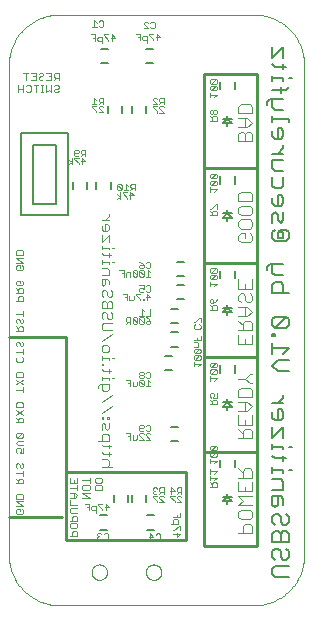
<source format=gbo>
G75*
%MOIN*%
%OFA0B0*%
%FSLAX25Y25*%
%IPPOS*%
%LPD*%
%AMOC8*
5,1,8,0,0,1.08239X$1,22.5*
%
%ADD10C,0.00000*%
%ADD11C,0.00200*%
%ADD12C,0.00800*%
%ADD13C,0.00400*%
%ADD14C,0.01000*%
%ADD15C,0.00600*%
%ADD16C,0.00500*%
D10*
X0018503Y0060455D02*
X0083522Y0060455D01*
X0083926Y0060460D01*
X0084329Y0060475D01*
X0084732Y0060499D01*
X0085134Y0060533D01*
X0085535Y0060577D01*
X0085935Y0060630D01*
X0086334Y0060693D01*
X0086731Y0060766D01*
X0087126Y0060849D01*
X0087519Y0060940D01*
X0087910Y0061042D01*
X0088298Y0061152D01*
X0088684Y0061273D01*
X0089066Y0061402D01*
X0089445Y0061540D01*
X0089821Y0061688D01*
X0090193Y0061845D01*
X0090561Y0062010D01*
X0090925Y0062185D01*
X0091284Y0062368D01*
X0091639Y0062560D01*
X0091990Y0062761D01*
X0092335Y0062969D01*
X0092675Y0063186D01*
X0093010Y0063412D01*
X0093340Y0063645D01*
X0093663Y0063886D01*
X0093981Y0064135D01*
X0094293Y0064392D01*
X0094598Y0064656D01*
X0094897Y0064927D01*
X0095189Y0065205D01*
X0095475Y0065491D01*
X0095753Y0065783D01*
X0096024Y0066082D01*
X0096288Y0066387D01*
X0096545Y0066699D01*
X0096794Y0067017D01*
X0097035Y0067340D01*
X0097268Y0067670D01*
X0097494Y0068005D01*
X0097711Y0068345D01*
X0097919Y0068690D01*
X0098120Y0069041D01*
X0098312Y0069396D01*
X0098495Y0069755D01*
X0098670Y0070119D01*
X0098835Y0070487D01*
X0098992Y0070859D01*
X0099140Y0071235D01*
X0099278Y0071614D01*
X0099407Y0071996D01*
X0099528Y0072382D01*
X0099638Y0072770D01*
X0099740Y0073161D01*
X0099831Y0073554D01*
X0099914Y0073949D01*
X0099987Y0074346D01*
X0100050Y0074745D01*
X0100103Y0075145D01*
X0100147Y0075546D01*
X0100181Y0075948D01*
X0100205Y0076351D01*
X0100220Y0076754D01*
X0100225Y0077158D01*
X0100225Y0240602D01*
X0100220Y0241006D01*
X0100205Y0241409D01*
X0100181Y0241812D01*
X0100147Y0242214D01*
X0100103Y0242615D01*
X0100050Y0243015D01*
X0099987Y0243414D01*
X0099914Y0243811D01*
X0099831Y0244206D01*
X0099740Y0244599D01*
X0099638Y0244990D01*
X0099528Y0245378D01*
X0099407Y0245764D01*
X0099278Y0246146D01*
X0099140Y0246525D01*
X0098992Y0246901D01*
X0098835Y0247273D01*
X0098670Y0247641D01*
X0098495Y0248005D01*
X0098312Y0248364D01*
X0098120Y0248719D01*
X0097919Y0249070D01*
X0097711Y0249415D01*
X0097494Y0249755D01*
X0097268Y0250090D01*
X0097035Y0250420D01*
X0096794Y0250743D01*
X0096545Y0251061D01*
X0096288Y0251373D01*
X0096024Y0251678D01*
X0095753Y0251977D01*
X0095475Y0252269D01*
X0095189Y0252555D01*
X0094897Y0252833D01*
X0094598Y0253104D01*
X0094293Y0253368D01*
X0093981Y0253625D01*
X0093663Y0253874D01*
X0093340Y0254115D01*
X0093010Y0254348D01*
X0092675Y0254574D01*
X0092335Y0254791D01*
X0091990Y0254999D01*
X0091639Y0255200D01*
X0091284Y0255392D01*
X0090925Y0255575D01*
X0090561Y0255750D01*
X0090193Y0255915D01*
X0089821Y0256072D01*
X0089445Y0256220D01*
X0089066Y0256358D01*
X0088684Y0256487D01*
X0088298Y0256608D01*
X0087910Y0256718D01*
X0087519Y0256820D01*
X0087126Y0256911D01*
X0086731Y0256994D01*
X0086334Y0257067D01*
X0085935Y0257130D01*
X0085535Y0257183D01*
X0085134Y0257227D01*
X0084732Y0257261D01*
X0084329Y0257285D01*
X0083926Y0257300D01*
X0083522Y0257305D01*
X0083522Y0257306D02*
X0018503Y0257306D01*
X0018503Y0257305D02*
X0018099Y0257300D01*
X0017696Y0257285D01*
X0017293Y0257261D01*
X0016891Y0257227D01*
X0016490Y0257183D01*
X0016090Y0257130D01*
X0015691Y0257067D01*
X0015294Y0256994D01*
X0014899Y0256911D01*
X0014506Y0256820D01*
X0014115Y0256718D01*
X0013727Y0256608D01*
X0013341Y0256487D01*
X0012959Y0256358D01*
X0012580Y0256220D01*
X0012204Y0256072D01*
X0011832Y0255915D01*
X0011464Y0255750D01*
X0011100Y0255575D01*
X0010741Y0255392D01*
X0010386Y0255200D01*
X0010035Y0254999D01*
X0009690Y0254791D01*
X0009350Y0254574D01*
X0009015Y0254348D01*
X0008685Y0254115D01*
X0008362Y0253874D01*
X0008044Y0253625D01*
X0007732Y0253368D01*
X0007427Y0253104D01*
X0007128Y0252833D01*
X0006836Y0252555D01*
X0006550Y0252269D01*
X0006272Y0251977D01*
X0006001Y0251678D01*
X0005737Y0251373D01*
X0005480Y0251061D01*
X0005231Y0250743D01*
X0004990Y0250420D01*
X0004757Y0250090D01*
X0004531Y0249755D01*
X0004314Y0249415D01*
X0004106Y0249070D01*
X0003905Y0248719D01*
X0003713Y0248364D01*
X0003530Y0248005D01*
X0003355Y0247641D01*
X0003190Y0247273D01*
X0003033Y0246901D01*
X0002885Y0246525D01*
X0002747Y0246146D01*
X0002618Y0245764D01*
X0002497Y0245378D01*
X0002387Y0244990D01*
X0002285Y0244599D01*
X0002194Y0244206D01*
X0002111Y0243811D01*
X0002038Y0243414D01*
X0001975Y0243015D01*
X0001922Y0242615D01*
X0001878Y0242214D01*
X0001844Y0241812D01*
X0001820Y0241409D01*
X0001805Y0241006D01*
X0001800Y0240602D01*
X0001800Y0077158D01*
X0001805Y0076754D01*
X0001820Y0076351D01*
X0001844Y0075948D01*
X0001878Y0075546D01*
X0001922Y0075145D01*
X0001975Y0074745D01*
X0002038Y0074346D01*
X0002111Y0073949D01*
X0002194Y0073554D01*
X0002285Y0073161D01*
X0002387Y0072770D01*
X0002497Y0072382D01*
X0002618Y0071996D01*
X0002747Y0071614D01*
X0002885Y0071235D01*
X0003033Y0070859D01*
X0003190Y0070487D01*
X0003355Y0070119D01*
X0003530Y0069755D01*
X0003713Y0069396D01*
X0003905Y0069041D01*
X0004106Y0068690D01*
X0004314Y0068345D01*
X0004531Y0068005D01*
X0004757Y0067670D01*
X0004990Y0067340D01*
X0005231Y0067017D01*
X0005480Y0066699D01*
X0005737Y0066387D01*
X0006001Y0066082D01*
X0006272Y0065783D01*
X0006550Y0065491D01*
X0006836Y0065205D01*
X0007128Y0064927D01*
X0007427Y0064656D01*
X0007732Y0064392D01*
X0008044Y0064135D01*
X0008362Y0063886D01*
X0008685Y0063645D01*
X0009015Y0063412D01*
X0009350Y0063186D01*
X0009690Y0062969D01*
X0010035Y0062761D01*
X0010386Y0062560D01*
X0010741Y0062368D01*
X0011100Y0062185D01*
X0011464Y0062010D01*
X0011832Y0061845D01*
X0012204Y0061688D01*
X0012580Y0061540D01*
X0012959Y0061402D01*
X0013341Y0061273D01*
X0013727Y0061152D01*
X0014115Y0061042D01*
X0014506Y0060940D01*
X0014899Y0060849D01*
X0015294Y0060766D01*
X0015691Y0060693D01*
X0016090Y0060630D01*
X0016490Y0060577D01*
X0016891Y0060533D01*
X0017293Y0060499D01*
X0017696Y0060475D01*
X0018099Y0060460D01*
X0018503Y0060455D01*
X0029359Y0071479D02*
X0029361Y0071580D01*
X0029367Y0071681D01*
X0029377Y0071782D01*
X0029391Y0071882D01*
X0029409Y0071981D01*
X0029431Y0072080D01*
X0029456Y0072178D01*
X0029486Y0072275D01*
X0029519Y0072370D01*
X0029556Y0072464D01*
X0029597Y0072557D01*
X0029641Y0072648D01*
X0029689Y0072737D01*
X0029741Y0072824D01*
X0029796Y0072909D01*
X0029854Y0072991D01*
X0029915Y0073072D01*
X0029980Y0073150D01*
X0030047Y0073225D01*
X0030117Y0073297D01*
X0030191Y0073367D01*
X0030267Y0073434D01*
X0030345Y0073498D01*
X0030426Y0073558D01*
X0030509Y0073615D01*
X0030595Y0073669D01*
X0030683Y0073720D01*
X0030772Y0073767D01*
X0030863Y0073811D01*
X0030956Y0073850D01*
X0031051Y0073887D01*
X0031146Y0073919D01*
X0031243Y0073948D01*
X0031342Y0073972D01*
X0031440Y0073993D01*
X0031540Y0074010D01*
X0031640Y0074023D01*
X0031741Y0074032D01*
X0031842Y0074037D01*
X0031943Y0074038D01*
X0032044Y0074035D01*
X0032145Y0074028D01*
X0032246Y0074017D01*
X0032346Y0074002D01*
X0032445Y0073983D01*
X0032544Y0073960D01*
X0032641Y0073934D01*
X0032738Y0073903D01*
X0032833Y0073869D01*
X0032926Y0073831D01*
X0033019Y0073789D01*
X0033109Y0073744D01*
X0033198Y0073695D01*
X0033284Y0073643D01*
X0033368Y0073587D01*
X0033451Y0073528D01*
X0033530Y0073466D01*
X0033608Y0073401D01*
X0033682Y0073333D01*
X0033754Y0073261D01*
X0033823Y0073188D01*
X0033889Y0073111D01*
X0033952Y0073032D01*
X0034012Y0072950D01*
X0034068Y0072866D01*
X0034121Y0072780D01*
X0034171Y0072692D01*
X0034217Y0072602D01*
X0034260Y0072511D01*
X0034299Y0072417D01*
X0034334Y0072322D01*
X0034365Y0072226D01*
X0034393Y0072129D01*
X0034417Y0072031D01*
X0034437Y0071932D01*
X0034453Y0071832D01*
X0034465Y0071731D01*
X0034473Y0071631D01*
X0034477Y0071530D01*
X0034477Y0071428D01*
X0034473Y0071327D01*
X0034465Y0071227D01*
X0034453Y0071126D01*
X0034437Y0071026D01*
X0034417Y0070927D01*
X0034393Y0070829D01*
X0034365Y0070732D01*
X0034334Y0070636D01*
X0034299Y0070541D01*
X0034260Y0070447D01*
X0034217Y0070356D01*
X0034171Y0070266D01*
X0034121Y0070178D01*
X0034068Y0070092D01*
X0034012Y0070008D01*
X0033952Y0069926D01*
X0033889Y0069847D01*
X0033823Y0069770D01*
X0033754Y0069697D01*
X0033682Y0069625D01*
X0033608Y0069557D01*
X0033530Y0069492D01*
X0033451Y0069430D01*
X0033368Y0069371D01*
X0033284Y0069315D01*
X0033197Y0069263D01*
X0033109Y0069214D01*
X0033019Y0069169D01*
X0032926Y0069127D01*
X0032833Y0069089D01*
X0032738Y0069055D01*
X0032641Y0069024D01*
X0032544Y0068998D01*
X0032445Y0068975D01*
X0032346Y0068956D01*
X0032246Y0068941D01*
X0032145Y0068930D01*
X0032044Y0068923D01*
X0031943Y0068920D01*
X0031842Y0068921D01*
X0031741Y0068926D01*
X0031640Y0068935D01*
X0031540Y0068948D01*
X0031440Y0068965D01*
X0031342Y0068986D01*
X0031243Y0069010D01*
X0031146Y0069039D01*
X0031051Y0069071D01*
X0030956Y0069108D01*
X0030863Y0069147D01*
X0030772Y0069191D01*
X0030683Y0069238D01*
X0030595Y0069289D01*
X0030509Y0069343D01*
X0030426Y0069400D01*
X0030345Y0069460D01*
X0030267Y0069524D01*
X0030191Y0069591D01*
X0030117Y0069661D01*
X0030047Y0069733D01*
X0029980Y0069808D01*
X0029915Y0069886D01*
X0029854Y0069967D01*
X0029796Y0070049D01*
X0029741Y0070134D01*
X0029689Y0070221D01*
X0029641Y0070310D01*
X0029597Y0070401D01*
X0029556Y0070494D01*
X0029519Y0070588D01*
X0029486Y0070683D01*
X0029456Y0070780D01*
X0029431Y0070878D01*
X0029409Y0070977D01*
X0029391Y0071076D01*
X0029377Y0071176D01*
X0029367Y0071277D01*
X0029361Y0071378D01*
X0029359Y0071479D01*
X0047469Y0071479D02*
X0047471Y0071580D01*
X0047477Y0071681D01*
X0047487Y0071782D01*
X0047501Y0071882D01*
X0047519Y0071981D01*
X0047541Y0072080D01*
X0047566Y0072178D01*
X0047596Y0072275D01*
X0047629Y0072370D01*
X0047666Y0072464D01*
X0047707Y0072557D01*
X0047751Y0072648D01*
X0047799Y0072737D01*
X0047851Y0072824D01*
X0047906Y0072909D01*
X0047964Y0072991D01*
X0048025Y0073072D01*
X0048090Y0073150D01*
X0048157Y0073225D01*
X0048227Y0073297D01*
X0048301Y0073367D01*
X0048377Y0073434D01*
X0048455Y0073498D01*
X0048536Y0073558D01*
X0048619Y0073615D01*
X0048705Y0073669D01*
X0048793Y0073720D01*
X0048882Y0073767D01*
X0048973Y0073811D01*
X0049066Y0073850D01*
X0049161Y0073887D01*
X0049256Y0073919D01*
X0049353Y0073948D01*
X0049452Y0073972D01*
X0049550Y0073993D01*
X0049650Y0074010D01*
X0049750Y0074023D01*
X0049851Y0074032D01*
X0049952Y0074037D01*
X0050053Y0074038D01*
X0050154Y0074035D01*
X0050255Y0074028D01*
X0050356Y0074017D01*
X0050456Y0074002D01*
X0050555Y0073983D01*
X0050654Y0073960D01*
X0050751Y0073934D01*
X0050848Y0073903D01*
X0050943Y0073869D01*
X0051036Y0073831D01*
X0051129Y0073789D01*
X0051219Y0073744D01*
X0051308Y0073695D01*
X0051394Y0073643D01*
X0051478Y0073587D01*
X0051561Y0073528D01*
X0051640Y0073466D01*
X0051718Y0073401D01*
X0051792Y0073333D01*
X0051864Y0073261D01*
X0051933Y0073188D01*
X0051999Y0073111D01*
X0052062Y0073032D01*
X0052122Y0072950D01*
X0052178Y0072866D01*
X0052231Y0072780D01*
X0052281Y0072692D01*
X0052327Y0072602D01*
X0052370Y0072511D01*
X0052409Y0072417D01*
X0052444Y0072322D01*
X0052475Y0072226D01*
X0052503Y0072129D01*
X0052527Y0072031D01*
X0052547Y0071932D01*
X0052563Y0071832D01*
X0052575Y0071731D01*
X0052583Y0071631D01*
X0052587Y0071530D01*
X0052587Y0071428D01*
X0052583Y0071327D01*
X0052575Y0071227D01*
X0052563Y0071126D01*
X0052547Y0071026D01*
X0052527Y0070927D01*
X0052503Y0070829D01*
X0052475Y0070732D01*
X0052444Y0070636D01*
X0052409Y0070541D01*
X0052370Y0070447D01*
X0052327Y0070356D01*
X0052281Y0070266D01*
X0052231Y0070178D01*
X0052178Y0070092D01*
X0052122Y0070008D01*
X0052062Y0069926D01*
X0051999Y0069847D01*
X0051933Y0069770D01*
X0051864Y0069697D01*
X0051792Y0069625D01*
X0051718Y0069557D01*
X0051640Y0069492D01*
X0051561Y0069430D01*
X0051478Y0069371D01*
X0051394Y0069315D01*
X0051307Y0069263D01*
X0051219Y0069214D01*
X0051129Y0069169D01*
X0051036Y0069127D01*
X0050943Y0069089D01*
X0050848Y0069055D01*
X0050751Y0069024D01*
X0050654Y0068998D01*
X0050555Y0068975D01*
X0050456Y0068956D01*
X0050356Y0068941D01*
X0050255Y0068930D01*
X0050154Y0068923D01*
X0050053Y0068920D01*
X0049952Y0068921D01*
X0049851Y0068926D01*
X0049750Y0068935D01*
X0049650Y0068948D01*
X0049550Y0068965D01*
X0049452Y0068986D01*
X0049353Y0069010D01*
X0049256Y0069039D01*
X0049161Y0069071D01*
X0049066Y0069108D01*
X0048973Y0069147D01*
X0048882Y0069191D01*
X0048793Y0069238D01*
X0048705Y0069289D01*
X0048619Y0069343D01*
X0048536Y0069400D01*
X0048455Y0069460D01*
X0048377Y0069524D01*
X0048301Y0069591D01*
X0048227Y0069661D01*
X0048157Y0069733D01*
X0048090Y0069808D01*
X0048025Y0069886D01*
X0047964Y0069967D01*
X0047906Y0070049D01*
X0047851Y0070134D01*
X0047799Y0070221D01*
X0047751Y0070310D01*
X0047707Y0070401D01*
X0047666Y0070494D01*
X0047629Y0070588D01*
X0047596Y0070683D01*
X0047566Y0070780D01*
X0047541Y0070878D01*
X0047519Y0070977D01*
X0047501Y0071076D01*
X0047487Y0071176D01*
X0047477Y0071277D01*
X0047471Y0071378D01*
X0047469Y0071479D01*
D11*
X0048872Y0082171D02*
X0048872Y0084373D01*
X0049973Y0083272D01*
X0048505Y0083272D01*
X0050715Y0084006D02*
X0051082Y0084373D01*
X0051816Y0084373D01*
X0052183Y0084006D01*
X0052183Y0082538D01*
X0051816Y0082171D01*
X0051082Y0082171D01*
X0050715Y0082538D01*
X0051154Y0094769D02*
X0051154Y0095136D01*
X0049686Y0096604D01*
X0049686Y0096971D01*
X0051154Y0096971D01*
X0050787Y0097525D02*
X0051154Y0097892D01*
X0050787Y0097525D02*
X0050053Y0097525D01*
X0049686Y0097892D01*
X0049686Y0098259D01*
X0050053Y0098626D01*
X0050420Y0098626D01*
X0050053Y0098626D02*
X0049686Y0098993D01*
X0049686Y0099360D01*
X0050053Y0099727D01*
X0050787Y0099727D01*
X0051154Y0099360D01*
X0051896Y0099360D02*
X0051896Y0098626D01*
X0052263Y0098259D01*
X0053364Y0098259D01*
X0053364Y0097525D02*
X0053364Y0099727D01*
X0052263Y0099727D01*
X0051896Y0099360D01*
X0052630Y0098259D02*
X0051896Y0097525D01*
X0052263Y0096971D02*
X0051896Y0096604D01*
X0051896Y0096237D01*
X0053364Y0094769D01*
X0051896Y0094769D01*
X0052263Y0096971D02*
X0052997Y0096971D01*
X0053364Y0096604D01*
X0055592Y0096604D02*
X0057059Y0095136D01*
X0057059Y0094769D01*
X0057801Y0094769D02*
X0059269Y0094769D01*
X0057801Y0096237D01*
X0057801Y0096604D01*
X0058168Y0096971D01*
X0058902Y0096971D01*
X0059269Y0096604D01*
X0059269Y0097525D02*
X0059269Y0099727D01*
X0058168Y0099727D01*
X0057801Y0099360D01*
X0057801Y0098626D01*
X0058168Y0098259D01*
X0059269Y0098259D01*
X0058535Y0098259D02*
X0057801Y0097525D01*
X0057059Y0096971D02*
X0055592Y0096971D01*
X0055592Y0096604D01*
X0055959Y0097525D02*
X0055959Y0099727D01*
X0057059Y0098626D01*
X0055592Y0098626D01*
X0058788Y0091309D02*
X0058788Y0089841D01*
X0056587Y0089841D01*
X0056954Y0089099D02*
X0056587Y0088732D01*
X0056587Y0087631D01*
X0055853Y0087631D02*
X0058055Y0087631D01*
X0058055Y0088732D01*
X0057688Y0089099D01*
X0056954Y0089099D01*
X0057688Y0089841D02*
X0057688Y0090575D01*
X0058422Y0086889D02*
X0056954Y0085422D01*
X0056587Y0085422D01*
X0056587Y0084313D02*
X0058788Y0084313D01*
X0057688Y0083212D01*
X0057688Y0084680D01*
X0058788Y0085422D02*
X0058788Y0086889D01*
X0058422Y0086889D01*
X0068829Y0099925D02*
X0071031Y0099925D01*
X0071031Y0101026D01*
X0070664Y0101393D01*
X0069930Y0101393D01*
X0069563Y0101026D01*
X0069563Y0099925D01*
X0069563Y0100659D02*
X0068829Y0101393D01*
X0068829Y0102135D02*
X0068829Y0103603D01*
X0068829Y0102869D02*
X0071031Y0102869D01*
X0070297Y0102135D01*
X0070297Y0104345D02*
X0071031Y0105079D01*
X0068829Y0105079D01*
X0068829Y0104345D02*
X0068829Y0105813D01*
X0068829Y0107799D02*
X0068829Y0109267D01*
X0068829Y0108533D02*
X0071031Y0108533D01*
X0070297Y0107799D01*
X0070664Y0110009D02*
X0069196Y0110009D01*
X0070664Y0111477D01*
X0069196Y0111477D01*
X0068829Y0111110D01*
X0068829Y0110376D01*
X0069196Y0110009D01*
X0069196Y0112219D02*
X0070664Y0113687D01*
X0069196Y0113687D01*
X0068829Y0113320D01*
X0068829Y0112586D01*
X0069196Y0112219D01*
X0070664Y0112219D01*
X0071031Y0112586D01*
X0071031Y0113320D01*
X0070664Y0113687D01*
X0070664Y0111477D02*
X0071031Y0111110D01*
X0071031Y0110376D01*
X0070664Y0110009D01*
X0071031Y0127484D02*
X0068829Y0127484D01*
X0069563Y0127484D02*
X0069563Y0128585D01*
X0069930Y0128952D01*
X0070664Y0128952D01*
X0071031Y0128585D01*
X0071031Y0127484D01*
X0069563Y0128218D02*
X0068829Y0128952D01*
X0069196Y0129694D02*
X0068829Y0130061D01*
X0068829Y0130795D01*
X0069196Y0131162D01*
X0069930Y0131162D01*
X0070297Y0130795D01*
X0070297Y0130428D01*
X0069930Y0129694D01*
X0071031Y0129694D01*
X0071031Y0131162D01*
X0070297Y0135358D02*
X0071031Y0136092D01*
X0068829Y0136092D01*
X0068829Y0135358D02*
X0068829Y0136826D01*
X0069196Y0137568D02*
X0070664Y0139036D01*
X0069196Y0139036D01*
X0068829Y0138669D01*
X0068829Y0137935D01*
X0069196Y0137568D01*
X0070664Y0137568D01*
X0071031Y0137935D01*
X0071031Y0138669D01*
X0070664Y0139036D01*
X0070664Y0139778D02*
X0071031Y0140145D01*
X0071031Y0140879D01*
X0070664Y0141246D01*
X0069196Y0139778D01*
X0068829Y0140145D01*
X0068829Y0140879D01*
X0069196Y0141246D01*
X0070664Y0141246D01*
X0070664Y0139778D02*
X0069196Y0139778D01*
X0065678Y0140791D02*
X0063476Y0140791D01*
X0063476Y0140057D02*
X0063476Y0141525D01*
X0063843Y0142267D02*
X0065311Y0143735D01*
X0063843Y0143735D01*
X0063476Y0143368D01*
X0063476Y0142634D01*
X0063843Y0142267D01*
X0065311Y0142267D01*
X0065678Y0142634D01*
X0065678Y0143368D01*
X0065311Y0143735D01*
X0065311Y0144477D02*
X0065678Y0144844D01*
X0065678Y0145578D01*
X0065311Y0145945D01*
X0063843Y0144477D01*
X0063476Y0144844D01*
X0063476Y0145578D01*
X0063843Y0145945D01*
X0065311Y0145945D01*
X0064944Y0146687D02*
X0064944Y0147787D01*
X0064577Y0148154D01*
X0063476Y0148154D01*
X0063476Y0148896D02*
X0065678Y0148896D01*
X0065678Y0150364D01*
X0064577Y0149630D02*
X0064577Y0148896D01*
X0064944Y0146687D02*
X0063476Y0146687D01*
X0063843Y0144477D02*
X0065311Y0144477D01*
X0065678Y0140791D02*
X0064944Y0140057D01*
X0065311Y0152592D02*
X0063843Y0152592D01*
X0063476Y0152959D01*
X0063476Y0153693D01*
X0063843Y0154060D01*
X0063843Y0154802D02*
X0063476Y0154802D01*
X0063843Y0154802D02*
X0065311Y0156270D01*
X0065678Y0156270D01*
X0065678Y0154802D01*
X0065311Y0154060D02*
X0065678Y0153693D01*
X0065678Y0152959D01*
X0065311Y0152592D01*
X0068829Y0158980D02*
X0071031Y0158980D01*
X0071031Y0160081D01*
X0070664Y0160448D01*
X0069930Y0160448D01*
X0069563Y0160081D01*
X0069563Y0158980D01*
X0069563Y0159714D02*
X0068829Y0160448D01*
X0069196Y0161190D02*
X0068829Y0161557D01*
X0068829Y0162291D01*
X0069196Y0162658D01*
X0069563Y0162658D01*
X0069930Y0162291D01*
X0069930Y0161190D01*
X0069196Y0161190D01*
X0069930Y0161190D02*
X0070664Y0161924D01*
X0071031Y0162658D01*
X0070297Y0166854D02*
X0071031Y0167588D01*
X0068829Y0167588D01*
X0068829Y0166854D02*
X0068829Y0168322D01*
X0069196Y0169064D02*
X0070664Y0170532D01*
X0069196Y0170532D01*
X0068829Y0170165D01*
X0068829Y0169431D01*
X0069196Y0169064D01*
X0070664Y0169064D01*
X0071031Y0169431D01*
X0071031Y0170165D01*
X0070664Y0170532D01*
X0070664Y0171274D02*
X0071031Y0171641D01*
X0071031Y0172375D01*
X0070664Y0172742D01*
X0069196Y0171274D01*
X0068829Y0171641D01*
X0068829Y0172375D01*
X0069196Y0172742D01*
X0070664Y0172742D01*
X0070664Y0171274D02*
X0069196Y0171274D01*
X0068829Y0190476D02*
X0071031Y0190476D01*
X0071031Y0191577D01*
X0070664Y0191944D01*
X0069930Y0191944D01*
X0069563Y0191577D01*
X0069563Y0190476D01*
X0069563Y0191210D02*
X0068829Y0191944D01*
X0068829Y0192686D02*
X0069196Y0192686D01*
X0070664Y0194154D01*
X0071031Y0194154D01*
X0071031Y0192686D01*
X0070297Y0198350D02*
X0071031Y0199084D01*
X0068829Y0199084D01*
X0068829Y0198350D02*
X0068829Y0199818D01*
X0069196Y0200560D02*
X0070664Y0202028D01*
X0069196Y0202028D01*
X0068829Y0201661D01*
X0068829Y0200927D01*
X0069196Y0200560D01*
X0070664Y0200560D01*
X0071031Y0200927D01*
X0071031Y0201661D01*
X0070664Y0202028D01*
X0070664Y0202770D02*
X0071031Y0203137D01*
X0071031Y0203871D01*
X0070664Y0204238D01*
X0069196Y0202770D01*
X0068829Y0203137D01*
X0068829Y0203871D01*
X0069196Y0204238D01*
X0070664Y0204238D01*
X0070664Y0202770D02*
X0069196Y0202770D01*
X0068829Y0221972D02*
X0071031Y0221972D01*
X0071031Y0223073D01*
X0070664Y0223440D01*
X0069930Y0223440D01*
X0069563Y0223073D01*
X0069563Y0221972D01*
X0069563Y0222706D02*
X0068829Y0223440D01*
X0069196Y0224182D02*
X0069563Y0224182D01*
X0069930Y0224549D01*
X0069930Y0225283D01*
X0069563Y0225650D01*
X0069196Y0225650D01*
X0068829Y0225283D01*
X0068829Y0224549D01*
X0069196Y0224182D01*
X0069930Y0224549D02*
X0070297Y0224182D01*
X0070664Y0224182D01*
X0071031Y0224549D01*
X0071031Y0225283D01*
X0070664Y0225650D01*
X0070297Y0225650D01*
X0069930Y0225283D01*
X0070297Y0229846D02*
X0071031Y0230580D01*
X0068829Y0230580D01*
X0068829Y0229846D02*
X0068829Y0231314D01*
X0069196Y0232056D02*
X0070664Y0233524D01*
X0069196Y0233524D01*
X0068829Y0233157D01*
X0068829Y0232423D01*
X0069196Y0232056D01*
X0070664Y0232056D01*
X0071031Y0232423D01*
X0071031Y0233157D01*
X0070664Y0233524D01*
X0070664Y0234266D02*
X0071031Y0234633D01*
X0071031Y0235367D01*
X0070664Y0235734D01*
X0069196Y0234266D01*
X0068829Y0234633D01*
X0068829Y0235367D01*
X0069196Y0235734D01*
X0070664Y0235734D01*
X0070664Y0234266D02*
X0069196Y0234266D01*
X0053364Y0229648D02*
X0052263Y0229648D01*
X0051896Y0229281D01*
X0051896Y0228547D01*
X0052263Y0228180D01*
X0053364Y0228180D01*
X0053364Y0227446D02*
X0053364Y0229648D01*
X0052630Y0228180D02*
X0051896Y0227446D01*
X0052263Y0226892D02*
X0051896Y0226525D01*
X0051896Y0226158D01*
X0053364Y0224691D01*
X0051896Y0224691D01*
X0051154Y0224691D02*
X0051154Y0225058D01*
X0049686Y0226525D01*
X0049686Y0226892D01*
X0051154Y0226892D01*
X0051154Y0227446D02*
X0049686Y0228914D01*
X0049686Y0229281D01*
X0050053Y0229648D01*
X0050787Y0229648D01*
X0051154Y0229281D01*
X0051154Y0227446D02*
X0049686Y0227446D01*
X0052263Y0226892D02*
X0052997Y0226892D01*
X0053364Y0226525D01*
X0047737Y0248022D02*
X0047737Y0250224D01*
X0046636Y0250224D01*
X0046269Y0249857D01*
X0046269Y0249123D01*
X0046636Y0248756D01*
X0047737Y0248756D01*
X0048479Y0250591D02*
X0049947Y0249123D01*
X0049947Y0248756D01*
X0050689Y0249857D02*
X0052157Y0249857D01*
X0051056Y0250958D01*
X0051056Y0248756D01*
X0050002Y0252781D02*
X0049268Y0252781D01*
X0048901Y0253148D01*
X0048159Y0252781D02*
X0046691Y0254249D01*
X0046691Y0254616D01*
X0047058Y0254983D01*
X0047792Y0254983D01*
X0048159Y0254616D01*
X0048901Y0254616D02*
X0049268Y0254983D01*
X0050002Y0254983D01*
X0050369Y0254616D01*
X0050369Y0253148D01*
X0050002Y0252781D01*
X0049947Y0250958D02*
X0048479Y0250958D01*
X0048479Y0250591D01*
X0048159Y0252781D02*
X0046691Y0252781D01*
X0045527Y0250958D02*
X0045527Y0248756D01*
X0045527Y0249857D02*
X0044793Y0249857D01*
X0045527Y0250958D02*
X0044059Y0250958D01*
X0037196Y0249660D02*
X0035728Y0249660D01*
X0034986Y0248926D02*
X0034986Y0248559D01*
X0034986Y0248926D02*
X0033518Y0250394D01*
X0033518Y0250761D01*
X0034986Y0250761D01*
X0036095Y0250761D02*
X0036095Y0248559D01*
X0037196Y0249660D02*
X0036095Y0250761D01*
X0032776Y0250027D02*
X0031675Y0250027D01*
X0031308Y0249660D01*
X0031308Y0248926D01*
X0031675Y0248559D01*
X0032776Y0248559D01*
X0032776Y0247825D02*
X0032776Y0250027D01*
X0032876Y0253175D02*
X0032142Y0253175D01*
X0031775Y0253542D01*
X0031033Y0253175D02*
X0029566Y0253175D01*
X0030299Y0253175D02*
X0030299Y0255377D01*
X0031033Y0254643D01*
X0031775Y0255010D02*
X0032142Y0255377D01*
X0032876Y0255377D01*
X0033243Y0255010D01*
X0033243Y0253542D01*
X0032876Y0253175D01*
X0030566Y0250761D02*
X0030566Y0248559D01*
X0030566Y0249660D02*
X0029832Y0249660D01*
X0029099Y0250761D02*
X0030566Y0250761D01*
X0030252Y0229686D02*
X0030252Y0227484D01*
X0030986Y0227484D02*
X0029518Y0227484D01*
X0029518Y0226930D02*
X0029518Y0226563D01*
X0030986Y0225095D01*
X0030986Y0224728D01*
X0031728Y0224728D02*
X0033196Y0224728D01*
X0031728Y0226196D01*
X0031728Y0226563D01*
X0032095Y0226930D01*
X0032829Y0226930D01*
X0033196Y0226563D01*
X0033196Y0227484D02*
X0033196Y0229686D01*
X0032095Y0229686D01*
X0031728Y0229319D01*
X0031728Y0228585D01*
X0032095Y0228218D01*
X0033196Y0228218D01*
X0032462Y0228218D02*
X0031728Y0227484D01*
X0030986Y0226930D02*
X0029518Y0226930D01*
X0030986Y0228952D02*
X0030252Y0229686D01*
X0027291Y0212363D02*
X0026190Y0212363D01*
X0025823Y0211996D01*
X0025823Y0211262D01*
X0026190Y0210895D01*
X0027291Y0210895D01*
X0027291Y0210161D02*
X0027291Y0212363D01*
X0026557Y0210895D02*
X0025823Y0210161D01*
X0026190Y0209607D02*
X0027291Y0208506D01*
X0025823Y0208506D01*
X0025081Y0207772D02*
X0025081Y0207406D01*
X0025081Y0207772D02*
X0023613Y0209240D01*
X0023613Y0209607D01*
X0025081Y0209607D01*
X0024714Y0210161D02*
X0023980Y0210161D01*
X0023613Y0210528D01*
X0023613Y0211996D01*
X0023980Y0212363D01*
X0024714Y0212363D01*
X0025081Y0211996D01*
X0025081Y0211629D01*
X0024714Y0211262D01*
X0023613Y0211262D01*
X0024714Y0210161D02*
X0025081Y0210528D01*
X0026190Y0209607D02*
X0026190Y0207406D01*
X0022871Y0207406D02*
X0022871Y0209607D01*
X0021770Y0208873D02*
X0022871Y0208139D01*
X0021770Y0207406D01*
X0037875Y0200541D02*
X0039343Y0199073D01*
X0038976Y0198706D01*
X0038242Y0198706D01*
X0037875Y0199073D01*
X0037875Y0200541D01*
X0038242Y0200908D01*
X0038976Y0200908D01*
X0039343Y0200541D01*
X0039343Y0199073D01*
X0040085Y0198706D02*
X0041553Y0198706D01*
X0041185Y0198152D02*
X0039717Y0198152D01*
X0039717Y0197785D01*
X0041185Y0196317D01*
X0041185Y0195950D01*
X0042293Y0195950D02*
X0042293Y0198152D01*
X0043394Y0197051D01*
X0041927Y0197051D01*
X0042295Y0198706D02*
X0043029Y0199440D01*
X0042662Y0199440D02*
X0043763Y0199440D01*
X0043763Y0198706D02*
X0043763Y0200908D01*
X0042662Y0200908D01*
X0042295Y0200541D01*
X0042295Y0199807D01*
X0042662Y0199440D01*
X0041553Y0200174D02*
X0040819Y0200908D01*
X0040819Y0198706D01*
X0038975Y0198152D02*
X0038975Y0195950D01*
X0038975Y0196684D02*
X0037874Y0197418D01*
X0038975Y0196684D02*
X0037874Y0195950D01*
X0045266Y0174962D02*
X0046000Y0174595D01*
X0046734Y0173861D01*
X0045633Y0173861D01*
X0045266Y0173494D01*
X0045266Y0173127D01*
X0045633Y0172760D01*
X0046367Y0172760D01*
X0046734Y0173127D01*
X0046734Y0173861D01*
X0047476Y0174595D02*
X0047843Y0174962D01*
X0048577Y0174962D01*
X0048944Y0174595D01*
X0048944Y0173127D01*
X0048577Y0172760D01*
X0047843Y0172760D01*
X0047476Y0173127D01*
X0048210Y0172206D02*
X0048210Y0170004D01*
X0048944Y0170004D02*
X0047476Y0170004D01*
X0046734Y0170371D02*
X0045266Y0171839D01*
X0045266Y0170371D01*
X0045633Y0170004D01*
X0046367Y0170004D01*
X0046734Y0170371D01*
X0046734Y0171839D01*
X0046367Y0172206D01*
X0045633Y0172206D01*
X0045266Y0171839D01*
X0044524Y0171839D02*
X0044157Y0172206D01*
X0043423Y0172206D01*
X0043056Y0171839D01*
X0044524Y0170371D01*
X0044157Y0170004D01*
X0043423Y0170004D01*
X0043056Y0170371D01*
X0043056Y0171839D01*
X0042314Y0171472D02*
X0041214Y0171472D01*
X0040847Y0171105D01*
X0040847Y0170004D01*
X0040105Y0170004D02*
X0040105Y0172206D01*
X0038637Y0172206D01*
X0039371Y0171105D02*
X0040105Y0171105D01*
X0042314Y0171472D02*
X0042314Y0170004D01*
X0044524Y0170371D02*
X0044524Y0171839D01*
X0045266Y0167088D02*
X0046734Y0167088D01*
X0046734Y0165987D01*
X0046000Y0166354D01*
X0045633Y0166354D01*
X0045266Y0165987D01*
X0045266Y0165253D01*
X0045633Y0164886D01*
X0046367Y0164886D01*
X0046734Y0165253D01*
X0047476Y0165253D02*
X0047843Y0164886D01*
X0048577Y0164886D01*
X0048944Y0165253D01*
X0048944Y0166721D01*
X0048577Y0167088D01*
X0047843Y0167088D01*
X0047476Y0166721D01*
X0047843Y0164332D02*
X0048944Y0163231D01*
X0047476Y0163231D01*
X0046734Y0162497D02*
X0046367Y0162497D01*
X0046367Y0162130D01*
X0046734Y0162130D01*
X0046734Y0162497D01*
X0045629Y0162497D02*
X0045629Y0162130D01*
X0045629Y0162497D02*
X0044161Y0163965D01*
X0044161Y0164332D01*
X0045629Y0164332D01*
X0047843Y0164332D02*
X0047843Y0162130D01*
X0048944Y0159214D02*
X0048944Y0157012D01*
X0047476Y0157012D01*
X0047476Y0156458D02*
X0048210Y0156091D01*
X0048944Y0155357D01*
X0047843Y0155357D01*
X0047476Y0154990D01*
X0047476Y0154623D01*
X0047843Y0154256D01*
X0048577Y0154256D01*
X0048944Y0154623D01*
X0048944Y0155357D01*
X0046734Y0154623D02*
X0046734Y0156091D01*
X0046367Y0156458D01*
X0045633Y0156458D01*
X0045266Y0156091D01*
X0046734Y0154623D01*
X0046367Y0154256D01*
X0045633Y0154256D01*
X0045266Y0154623D01*
X0045266Y0156091D01*
X0044524Y0156091D02*
X0044524Y0154623D01*
X0043056Y0156091D01*
X0043056Y0154623D01*
X0043423Y0154256D01*
X0044157Y0154256D01*
X0044524Y0154623D01*
X0044524Y0156091D02*
X0044157Y0156458D01*
X0043423Y0156458D01*
X0043056Y0156091D01*
X0042314Y0156458D02*
X0042314Y0154256D01*
X0042314Y0154990D02*
X0041214Y0154990D01*
X0040847Y0155357D01*
X0040847Y0156091D01*
X0041214Y0156458D01*
X0042314Y0156458D01*
X0041580Y0154990D02*
X0040847Y0154256D01*
X0041210Y0162130D02*
X0041210Y0164332D01*
X0039742Y0164332D01*
X0040476Y0163231D02*
X0041210Y0163231D01*
X0041951Y0163598D02*
X0041951Y0162130D01*
X0043052Y0162130D01*
X0043419Y0162497D01*
X0043419Y0163598D01*
X0045266Y0157012D02*
X0046734Y0157012D01*
X0046000Y0157012D02*
X0046000Y0159214D01*
X0046734Y0158480D01*
X0048944Y0171472D02*
X0048210Y0172206D01*
X0047843Y0138348D02*
X0048577Y0138348D01*
X0048944Y0137981D01*
X0048944Y0136513D01*
X0048577Y0136146D01*
X0047843Y0136146D01*
X0047476Y0136513D01*
X0046734Y0136513D02*
X0046734Y0136880D01*
X0046367Y0137247D01*
X0045633Y0137247D01*
X0045266Y0136880D01*
X0045266Y0136513D01*
X0045633Y0136146D01*
X0046367Y0136146D01*
X0046734Y0136513D01*
X0046367Y0137247D02*
X0046734Y0137614D01*
X0046734Y0137981D01*
X0046367Y0138348D01*
X0045633Y0138348D01*
X0045266Y0137981D01*
X0045266Y0137614D01*
X0045633Y0137247D01*
X0045633Y0135592D02*
X0045266Y0135225D01*
X0046734Y0133757D01*
X0046367Y0133390D01*
X0045633Y0133390D01*
X0045266Y0133757D01*
X0045266Y0135225D01*
X0045633Y0135592D02*
X0046367Y0135592D01*
X0046734Y0135225D01*
X0046734Y0133757D01*
X0047476Y0133390D02*
X0048944Y0133390D01*
X0048210Y0133390D02*
X0048210Y0135592D01*
X0048944Y0134858D01*
X0047476Y0137981D02*
X0047843Y0138348D01*
X0044524Y0134858D02*
X0044524Y0133757D01*
X0044157Y0133390D01*
X0043056Y0133390D01*
X0043056Y0134858D01*
X0042314Y0134491D02*
X0041580Y0134491D01*
X0040847Y0135592D02*
X0042314Y0135592D01*
X0042314Y0133390D01*
X0045633Y0120631D02*
X0046367Y0120631D01*
X0046734Y0120264D01*
X0046734Y0119897D01*
X0046367Y0119530D01*
X0045266Y0119530D01*
X0045266Y0118796D02*
X0045266Y0120264D01*
X0045633Y0120631D01*
X0045266Y0118796D02*
X0045633Y0118429D01*
X0046367Y0118429D01*
X0046734Y0118796D01*
X0047476Y0118796D02*
X0047843Y0118429D01*
X0048577Y0118429D01*
X0048944Y0118796D01*
X0048944Y0120264D01*
X0048577Y0120631D01*
X0047843Y0120631D01*
X0047476Y0120264D01*
X0047843Y0117875D02*
X0048577Y0117875D01*
X0048944Y0117508D01*
X0047843Y0117875D02*
X0047476Y0117508D01*
X0047476Y0117141D01*
X0048944Y0115673D01*
X0047476Y0115673D01*
X0046734Y0115673D02*
X0045266Y0117141D01*
X0045266Y0117508D01*
X0045633Y0117875D01*
X0046367Y0117875D01*
X0046734Y0117508D01*
X0046734Y0115673D02*
X0045266Y0115673D01*
X0044524Y0116040D02*
X0044157Y0115673D01*
X0043056Y0115673D01*
X0043056Y0117141D01*
X0042314Y0116774D02*
X0041580Y0116774D01*
X0040847Y0117875D02*
X0042314Y0117875D01*
X0042314Y0115673D01*
X0044524Y0116040D02*
X0044524Y0117141D01*
X0034064Y0094253D02*
X0035165Y0093152D01*
X0033697Y0093152D01*
X0032955Y0092418D02*
X0032955Y0092051D01*
X0032955Y0092418D02*
X0031487Y0093886D01*
X0031487Y0094253D01*
X0032955Y0094253D01*
X0034064Y0094253D02*
X0034064Y0092051D01*
X0032903Y0098787D02*
X0032903Y0100066D01*
X0032477Y0100492D01*
X0030771Y0100492D01*
X0030345Y0100066D01*
X0030345Y0098787D01*
X0032903Y0098787D01*
X0032477Y0101325D02*
X0030771Y0101325D01*
X0030345Y0101751D01*
X0030345Y0102604D01*
X0030771Y0103030D01*
X0032477Y0103030D01*
X0032903Y0102604D01*
X0032903Y0101751D01*
X0032477Y0101325D01*
X0028769Y0101325D02*
X0028769Y0103030D01*
X0028769Y0102177D02*
X0026211Y0102177D01*
X0026637Y0100492D02*
X0026211Y0100066D01*
X0026211Y0099213D01*
X0026637Y0098787D01*
X0028343Y0098787D01*
X0028769Y0099213D01*
X0028769Y0100066D01*
X0028343Y0100492D01*
X0026637Y0100492D01*
X0026211Y0097955D02*
X0028769Y0097955D01*
X0028769Y0096249D02*
X0026211Y0097955D01*
X0026211Y0096249D02*
X0028769Y0096249D01*
X0028535Y0094253D02*
X0027067Y0094253D01*
X0027801Y0093152D02*
X0028535Y0093152D01*
X0029277Y0093152D02*
X0029277Y0092418D01*
X0029644Y0092051D01*
X0030745Y0092051D01*
X0030745Y0091317D02*
X0030745Y0093519D01*
X0029644Y0093519D01*
X0029277Y0093152D01*
X0028535Y0092051D02*
X0028535Y0094253D01*
X0024635Y0093712D02*
X0022077Y0093712D01*
X0022077Y0095417D01*
X0022077Y0096249D02*
X0023783Y0096249D01*
X0024635Y0097102D01*
X0023783Y0097955D01*
X0022077Y0097955D01*
X0023356Y0097955D02*
X0023356Y0096249D01*
X0022504Y0092880D02*
X0022077Y0092453D01*
X0022077Y0091601D01*
X0022504Y0091174D01*
X0024635Y0091174D01*
X0024209Y0090342D02*
X0024635Y0089916D01*
X0024635Y0088637D01*
X0022077Y0088637D01*
X0022930Y0088637D02*
X0022930Y0089916D01*
X0023356Y0090342D01*
X0024209Y0090342D01*
X0024209Y0087804D02*
X0022504Y0087804D01*
X0022077Y0087378D01*
X0022077Y0086525D01*
X0022504Y0086099D01*
X0024209Y0086099D01*
X0024635Y0086525D01*
X0024635Y0087378D01*
X0024209Y0087804D01*
X0024209Y0085267D02*
X0023356Y0085267D01*
X0022930Y0084840D01*
X0022930Y0083561D01*
X0022077Y0083561D02*
X0024635Y0083561D01*
X0024635Y0084840D01*
X0024209Y0085267D01*
X0024635Y0092880D02*
X0022504Y0092880D01*
X0024635Y0098787D02*
X0024635Y0100492D01*
X0024635Y0101325D02*
X0022077Y0101325D01*
X0022077Y0103030D01*
X0023356Y0102177D02*
X0023356Y0101325D01*
X0022077Y0099640D02*
X0024635Y0099640D01*
X0024635Y0101325D02*
X0024635Y0103030D01*
X0031502Y0084469D02*
X0031135Y0084102D01*
X0031135Y0083735D01*
X0031502Y0083368D01*
X0031135Y0083001D01*
X0031135Y0082634D01*
X0031502Y0082267D01*
X0032236Y0082267D01*
X0032603Y0082634D01*
X0033345Y0082634D02*
X0033712Y0082267D01*
X0034446Y0082267D01*
X0034813Y0082634D01*
X0034813Y0084102D01*
X0034446Y0084469D01*
X0033712Y0084469D01*
X0033345Y0084102D01*
X0032603Y0084102D02*
X0032236Y0084469D01*
X0031502Y0084469D01*
X0031502Y0083368D02*
X0031869Y0083368D01*
D12*
X0087767Y0172232D02*
X0087767Y0173149D01*
X0088684Y0174067D01*
X0093271Y0174067D01*
X0093271Y0170397D02*
X0090519Y0170397D01*
X0089602Y0171315D01*
X0089602Y0174067D01*
X0090519Y0168266D02*
X0089602Y0167349D01*
X0089602Y0164597D01*
X0095105Y0164597D01*
X0093271Y0164597D02*
X0093271Y0167349D01*
X0092354Y0168266D01*
X0090519Y0168266D01*
X0090519Y0156666D02*
X0089602Y0155749D01*
X0089602Y0153914D01*
X0090519Y0152997D01*
X0094188Y0156666D01*
X0090519Y0156666D01*
X0090519Y0152997D02*
X0094188Y0152997D01*
X0095105Y0153914D01*
X0095105Y0155749D01*
X0094188Y0156666D01*
X0090519Y0151014D02*
X0089602Y0151014D01*
X0089602Y0150096D01*
X0090519Y0150096D01*
X0090519Y0151014D01*
X0089602Y0147966D02*
X0089602Y0144296D01*
X0089602Y0146131D02*
X0095105Y0146131D01*
X0093271Y0144296D01*
X0095105Y0142165D02*
X0091436Y0142165D01*
X0089602Y0140331D01*
X0091436Y0138496D01*
X0095105Y0138496D01*
X0093271Y0130614D02*
X0093271Y0129697D01*
X0091436Y0127862D01*
X0091436Y0125731D02*
X0091436Y0122062D01*
X0090519Y0122062D02*
X0092354Y0122062D01*
X0093271Y0122979D01*
X0093271Y0124814D01*
X0092354Y0125731D01*
X0091436Y0125731D01*
X0089602Y0122979D02*
X0090519Y0122062D01*
X0089602Y0122979D02*
X0089602Y0124814D01*
X0089602Y0127862D02*
X0093271Y0127862D01*
X0093271Y0119931D02*
X0089602Y0116262D01*
X0089602Y0119931D01*
X0089602Y0114230D02*
X0089602Y0112395D01*
X0089602Y0113312D02*
X0093271Y0113312D01*
X0093271Y0112395D01*
X0093271Y0110363D02*
X0093271Y0108528D01*
X0094188Y0109446D02*
X0090519Y0109446D01*
X0089602Y0110363D01*
X0089602Y0106496D02*
X0089602Y0104661D01*
X0089602Y0105579D02*
X0093271Y0105579D01*
X0093271Y0104661D01*
X0092354Y0102530D02*
X0089602Y0102530D01*
X0089602Y0098861D02*
X0093271Y0098861D01*
X0093271Y0101613D01*
X0092354Y0102530D01*
X0092354Y0096730D02*
X0089602Y0096730D01*
X0089602Y0093978D01*
X0090519Y0093061D01*
X0091436Y0093978D01*
X0091436Y0096730D01*
X0092354Y0096730D02*
X0093271Y0095813D01*
X0093271Y0093978D01*
X0094188Y0090930D02*
X0095105Y0090013D01*
X0095105Y0088178D01*
X0094188Y0087261D01*
X0093271Y0087261D01*
X0092354Y0088178D01*
X0092354Y0090013D01*
X0091436Y0090930D01*
X0090519Y0090930D01*
X0089602Y0090013D01*
X0089602Y0088178D01*
X0090519Y0087261D01*
X0090519Y0085130D02*
X0089602Y0084212D01*
X0089602Y0081460D01*
X0095105Y0081460D01*
X0095105Y0084212D01*
X0094188Y0085130D01*
X0093271Y0085130D01*
X0092354Y0084212D01*
X0092354Y0081460D01*
X0091436Y0079330D02*
X0090519Y0079330D01*
X0089602Y0078412D01*
X0089602Y0076578D01*
X0090519Y0075660D01*
X0090519Y0073529D02*
X0089602Y0072612D01*
X0089602Y0070777D01*
X0090519Y0069860D01*
X0095105Y0069860D01*
X0095105Y0073529D02*
X0090519Y0073529D01*
X0093271Y0075660D02*
X0092354Y0076578D01*
X0092354Y0078412D01*
X0091436Y0079330D01*
X0093271Y0075660D02*
X0094188Y0075660D01*
X0095105Y0076578D01*
X0095105Y0078412D01*
X0094188Y0079330D01*
X0092354Y0084212D02*
X0091436Y0085130D01*
X0090519Y0085130D01*
X0095105Y0105579D02*
X0096023Y0105579D01*
X0096023Y0113312D02*
X0095105Y0113312D01*
X0093271Y0116262D02*
X0093271Y0119931D01*
X0094188Y0181998D02*
X0090519Y0181998D01*
X0089602Y0182915D01*
X0089602Y0184750D01*
X0090519Y0185667D01*
X0091436Y0184750D02*
X0091436Y0182915D01*
X0093271Y0182915D01*
X0093271Y0184750D01*
X0091436Y0184750D01*
X0092354Y0185667D01*
X0094188Y0185667D01*
X0095105Y0184750D01*
X0095105Y0182915D01*
X0094188Y0181998D01*
X0092354Y0187798D02*
X0093271Y0188715D01*
X0093271Y0191467D01*
X0092354Y0193598D02*
X0093271Y0194515D01*
X0093271Y0196350D01*
X0092354Y0197267D01*
X0091436Y0197267D01*
X0091436Y0193598D01*
X0090519Y0193598D02*
X0092354Y0193598D01*
X0090519Y0191467D02*
X0091436Y0190550D01*
X0091436Y0188715D01*
X0092354Y0187798D01*
X0089602Y0190550D02*
X0090519Y0191467D01*
X0089602Y0190550D02*
X0089602Y0187798D01*
X0090519Y0193598D02*
X0089602Y0194515D01*
X0089602Y0196350D01*
X0090519Y0199398D02*
X0089602Y0200316D01*
X0089602Y0203068D01*
X0090519Y0205199D02*
X0089602Y0206116D01*
X0089602Y0208868D01*
X0093271Y0208868D01*
X0093271Y0210999D02*
X0089602Y0210999D01*
X0091436Y0210999D02*
X0093271Y0212833D01*
X0093271Y0213751D01*
X0092354Y0215832D02*
X0093271Y0216750D01*
X0093271Y0218584D01*
X0092354Y0219502D01*
X0091436Y0219502D01*
X0091436Y0215832D01*
X0090519Y0215832D02*
X0092354Y0215832D01*
X0090519Y0215832D02*
X0089602Y0216750D01*
X0089602Y0218584D01*
X0089602Y0221633D02*
X0089602Y0223467D01*
X0089602Y0222550D02*
X0095105Y0222550D01*
X0095105Y0221633D01*
X0093271Y0225499D02*
X0090519Y0225499D01*
X0089602Y0226417D01*
X0089602Y0229169D01*
X0088684Y0229169D02*
X0087767Y0228251D01*
X0087767Y0227334D01*
X0088684Y0229169D02*
X0093271Y0229169D01*
X0092354Y0231300D02*
X0092354Y0233134D01*
X0093271Y0235166D02*
X0093271Y0236084D01*
X0089602Y0236084D01*
X0089602Y0237001D02*
X0089602Y0235166D01*
X0089602Y0232217D02*
X0094188Y0232217D01*
X0095105Y0233134D01*
X0095105Y0236084D02*
X0096023Y0236084D01*
X0094188Y0239951D02*
X0090519Y0239951D01*
X0089602Y0240868D01*
X0089602Y0242900D02*
X0089602Y0246569D01*
X0093271Y0246569D02*
X0089602Y0242900D01*
X0093271Y0242900D02*
X0093271Y0246569D01*
X0093271Y0240868D02*
X0093271Y0239033D01*
X0093271Y0205199D02*
X0090519Y0205199D01*
X0093271Y0200316D02*
X0092354Y0199398D01*
X0090519Y0199398D01*
X0093271Y0200316D02*
X0093271Y0203068D01*
D13*
X0082844Y0197482D02*
X0082844Y0195180D01*
X0078240Y0195180D01*
X0078240Y0197482D01*
X0079007Y0198250D01*
X0082077Y0198250D01*
X0082844Y0197482D01*
X0082077Y0193646D02*
X0082844Y0192878D01*
X0082844Y0191344D01*
X0082077Y0190576D01*
X0079007Y0190576D01*
X0078240Y0191344D01*
X0078240Y0192878D01*
X0079007Y0193646D01*
X0082077Y0193646D01*
X0082077Y0189042D02*
X0082844Y0188274D01*
X0082844Y0186740D01*
X0082077Y0185972D01*
X0079007Y0185972D01*
X0078240Y0186740D01*
X0078240Y0188274D01*
X0079007Y0189042D01*
X0082077Y0189042D01*
X0082077Y0184438D02*
X0082844Y0183670D01*
X0082844Y0182136D01*
X0082077Y0181369D01*
X0079007Y0181369D01*
X0078240Y0182136D01*
X0078240Y0183670D01*
X0079007Y0184438D01*
X0080542Y0184438D01*
X0080542Y0182903D01*
X0078240Y0169055D02*
X0078240Y0165986D01*
X0082844Y0165986D01*
X0082844Y0169055D01*
X0082077Y0164452D02*
X0082844Y0163684D01*
X0082844Y0162150D01*
X0082077Y0161382D01*
X0081309Y0161382D01*
X0080542Y0162150D01*
X0080542Y0163684D01*
X0079775Y0164452D01*
X0079007Y0164452D01*
X0078240Y0163684D01*
X0078240Y0162150D01*
X0079007Y0161382D01*
X0078240Y0159848D02*
X0081309Y0159848D01*
X0082844Y0158313D01*
X0081309Y0156778D01*
X0078240Y0156778D01*
X0078240Y0155244D02*
X0079775Y0153709D01*
X0079775Y0154476D02*
X0079775Y0152174D01*
X0079775Y0154476D02*
X0080542Y0155244D01*
X0082077Y0155244D01*
X0082844Y0154476D01*
X0082844Y0152174D01*
X0078240Y0152174D01*
X0078240Y0150640D02*
X0078240Y0147570D01*
X0082844Y0147570D01*
X0082844Y0150640D01*
X0080542Y0149105D02*
X0080542Y0147570D01*
X0080542Y0156778D02*
X0080542Y0159848D01*
X0080542Y0165986D02*
X0080542Y0167521D01*
X0082077Y0137559D02*
X0080542Y0136025D01*
X0078240Y0136025D01*
X0079007Y0132955D02*
X0082077Y0132955D01*
X0082844Y0132188D01*
X0082844Y0129886D01*
X0078240Y0129886D01*
X0078240Y0132188D01*
X0079007Y0132955D01*
X0082077Y0134490D02*
X0080542Y0136025D01*
X0082077Y0137559D02*
X0082844Y0137559D01*
X0082844Y0134490D02*
X0082077Y0134490D01*
X0081309Y0128352D02*
X0078240Y0128352D01*
X0078240Y0125282D02*
X0081309Y0125282D01*
X0082844Y0126817D01*
X0081309Y0128352D01*
X0080542Y0128352D02*
X0080542Y0125282D01*
X0080542Y0122213D02*
X0080542Y0120678D01*
X0080542Y0119144D02*
X0079775Y0118376D01*
X0079775Y0116074D01*
X0079775Y0117609D02*
X0078240Y0119144D01*
X0078240Y0120678D02*
X0078240Y0123748D01*
X0078240Y0120678D02*
X0082844Y0120678D01*
X0082844Y0123748D01*
X0082077Y0119144D02*
X0080542Y0119144D01*
X0082077Y0119144D02*
X0082844Y0118376D01*
X0082844Y0116074D01*
X0078240Y0116074D01*
X0078240Y0106063D02*
X0079775Y0104529D01*
X0079775Y0105296D02*
X0079775Y0102994D01*
X0079775Y0105296D02*
X0080542Y0106063D01*
X0082077Y0106063D01*
X0082844Y0105296D01*
X0082844Y0102994D01*
X0078240Y0102994D01*
X0078240Y0101459D02*
X0078240Y0098390D01*
X0082844Y0098390D01*
X0082844Y0101459D01*
X0082844Y0096855D02*
X0078240Y0096855D01*
X0079775Y0095321D01*
X0078240Y0093786D01*
X0082844Y0093786D01*
X0082077Y0092252D02*
X0082844Y0091484D01*
X0082844Y0089950D01*
X0082077Y0089182D01*
X0079007Y0089182D01*
X0078240Y0089950D01*
X0078240Y0091484D01*
X0079007Y0092252D01*
X0082077Y0092252D01*
X0082077Y0087648D02*
X0080542Y0087648D01*
X0079775Y0086880D01*
X0079775Y0084578D01*
X0078240Y0084578D02*
X0082844Y0084578D01*
X0082844Y0086880D01*
X0082077Y0087648D01*
X0080542Y0098390D02*
X0080542Y0099925D01*
X0080542Y0215167D02*
X0080542Y0217468D01*
X0079775Y0218236D01*
X0079007Y0218236D01*
X0078240Y0217468D01*
X0078240Y0215167D01*
X0082844Y0215167D01*
X0082844Y0217468D01*
X0082077Y0218236D01*
X0081309Y0218236D01*
X0080542Y0217468D01*
X0080542Y0219770D02*
X0080542Y0222840D01*
X0081309Y0222840D02*
X0078240Y0222840D01*
X0078240Y0224374D02*
X0078240Y0226676D01*
X0079007Y0227444D01*
X0082077Y0227444D01*
X0082844Y0226676D01*
X0082844Y0224374D01*
X0078240Y0224374D01*
X0078240Y0219770D02*
X0081309Y0219770D01*
X0082844Y0221305D01*
X0081309Y0222840D01*
X0036881Y0179680D02*
X0036280Y0179680D01*
X0035079Y0179680D02*
X0032677Y0179680D01*
X0032677Y0179080D02*
X0032677Y0180281D01*
X0032677Y0181535D02*
X0032677Y0183937D01*
X0033278Y0185218D02*
X0034479Y0185218D01*
X0035079Y0185819D01*
X0035079Y0187020D01*
X0034479Y0187620D01*
X0033878Y0187620D01*
X0033878Y0185218D01*
X0033278Y0185218D02*
X0032677Y0185819D01*
X0032677Y0187020D01*
X0032677Y0188901D02*
X0035079Y0188901D01*
X0033878Y0188901D02*
X0035079Y0190102D01*
X0035079Y0190703D01*
X0035079Y0183937D02*
X0032677Y0181535D01*
X0035079Y0181535D02*
X0035079Y0183937D01*
X0035079Y0179680D02*
X0035079Y0179080D01*
X0035079Y0177825D02*
X0035079Y0176624D01*
X0035680Y0177225D02*
X0033278Y0177225D01*
X0032677Y0177825D01*
X0032677Y0175370D02*
X0032677Y0174169D01*
X0032677Y0174769D02*
X0035079Y0174769D01*
X0035079Y0174169D01*
X0036280Y0174769D02*
X0036881Y0174769D01*
X0034479Y0172888D02*
X0035079Y0172287D01*
X0035079Y0170486D01*
X0032677Y0170486D01*
X0032677Y0169205D02*
X0032677Y0167403D01*
X0033278Y0166803D01*
X0033878Y0167403D01*
X0033878Y0169205D01*
X0034479Y0169205D02*
X0032677Y0169205D01*
X0034479Y0169205D02*
X0035079Y0168604D01*
X0035079Y0167403D01*
X0035680Y0165521D02*
X0036280Y0164921D01*
X0036280Y0163720D01*
X0035680Y0163119D01*
X0035079Y0163119D01*
X0034479Y0163720D01*
X0034479Y0164921D01*
X0033878Y0165521D01*
X0033278Y0165521D01*
X0032677Y0164921D01*
X0032677Y0163720D01*
X0033278Y0163119D01*
X0033278Y0161838D02*
X0032677Y0161238D01*
X0032677Y0159436D01*
X0036280Y0159436D01*
X0036280Y0161238D01*
X0035680Y0161838D01*
X0035079Y0161838D01*
X0034479Y0161238D01*
X0034479Y0159436D01*
X0033878Y0158155D02*
X0033278Y0158155D01*
X0032677Y0157555D01*
X0032677Y0156354D01*
X0033278Y0155753D01*
X0033278Y0154472D02*
X0036280Y0154472D01*
X0035680Y0155753D02*
X0035079Y0155753D01*
X0034479Y0156354D01*
X0034479Y0157555D01*
X0033878Y0158155D01*
X0035680Y0158155D02*
X0036280Y0157555D01*
X0036280Y0156354D01*
X0035680Y0155753D01*
X0033278Y0154472D02*
X0032677Y0153872D01*
X0032677Y0152671D01*
X0033278Y0152070D01*
X0036280Y0152070D01*
X0036280Y0150789D02*
X0032677Y0148387D01*
X0033278Y0147106D02*
X0034479Y0147106D01*
X0035079Y0146505D01*
X0035079Y0145304D01*
X0034479Y0144704D01*
X0033278Y0144704D01*
X0032677Y0145304D01*
X0032677Y0146505D01*
X0033278Y0147106D01*
X0032677Y0143449D02*
X0032677Y0142248D01*
X0032677Y0142849D02*
X0035079Y0142849D01*
X0035079Y0142248D01*
X0036280Y0142849D02*
X0036881Y0142849D01*
X0035079Y0139152D02*
X0035079Y0137951D01*
X0035680Y0138552D02*
X0033278Y0138552D01*
X0032677Y0139152D01*
X0032677Y0140407D02*
X0032677Y0141007D01*
X0033278Y0141007D01*
X0033278Y0140407D01*
X0032677Y0140407D01*
X0032677Y0136697D02*
X0032677Y0135496D01*
X0032677Y0136096D02*
X0035079Y0136096D01*
X0035079Y0135496D01*
X0035079Y0134215D02*
X0035079Y0132413D01*
X0034479Y0131813D01*
X0033278Y0131813D01*
X0032677Y0132413D01*
X0032677Y0134215D01*
X0032077Y0134215D02*
X0035079Y0134215D01*
X0036280Y0136096D02*
X0036881Y0136096D01*
X0036280Y0130532D02*
X0032677Y0128130D01*
X0032677Y0124446D02*
X0036280Y0126848D01*
X0035079Y0123205D02*
X0034479Y0123205D01*
X0034479Y0122605D01*
X0035079Y0122605D01*
X0035079Y0123205D01*
X0035079Y0121324D02*
X0035079Y0119522D01*
X0034479Y0118922D01*
X0033878Y0119522D01*
X0033878Y0120723D01*
X0033278Y0121324D01*
X0032677Y0120723D01*
X0032677Y0118922D01*
X0033278Y0117641D02*
X0032677Y0117040D01*
X0032677Y0115239D01*
X0032677Y0113984D02*
X0033278Y0113384D01*
X0035680Y0113384D01*
X0035079Y0112783D02*
X0035079Y0113984D01*
X0035079Y0115239D02*
X0035079Y0117040D01*
X0034479Y0117641D01*
X0033278Y0117641D01*
X0031476Y0115239D02*
X0035079Y0115239D01*
X0035079Y0111529D02*
X0035079Y0110328D01*
X0035680Y0110928D02*
X0033278Y0110928D01*
X0032677Y0111529D01*
X0032677Y0109047D02*
X0034479Y0109047D01*
X0035079Y0108446D01*
X0035079Y0107245D01*
X0034479Y0106645D01*
X0036280Y0106645D02*
X0032677Y0106645D01*
X0032677Y0122605D02*
X0033278Y0122605D01*
X0033278Y0123205D01*
X0032677Y0123205D01*
X0032677Y0122605D01*
X0031476Y0133014D02*
X0031476Y0133614D01*
X0032077Y0134215D01*
X0034479Y0161238D02*
X0033878Y0161838D01*
X0033278Y0161838D01*
X0032677Y0172888D02*
X0034479Y0172888D01*
X0017939Y0231423D02*
X0017153Y0231423D01*
X0016760Y0231816D01*
X0016760Y0232209D01*
X0017153Y0232602D01*
X0017939Y0232602D01*
X0018332Y0232995D01*
X0018332Y0233388D01*
X0017939Y0233781D01*
X0017153Y0233781D01*
X0016760Y0233388D01*
X0015795Y0233781D02*
X0015795Y0231423D01*
X0015009Y0232209D01*
X0014223Y0231423D01*
X0014223Y0233781D01*
X0013257Y0233781D02*
X0012471Y0233781D01*
X0012864Y0233781D02*
X0012864Y0231423D01*
X0013257Y0231423D02*
X0012471Y0231423D01*
X0011565Y0233781D02*
X0009993Y0233781D01*
X0010779Y0233781D02*
X0010779Y0231423D01*
X0010719Y0235557D02*
X0009148Y0235557D01*
X0009934Y0236736D02*
X0010719Y0236736D01*
X0011685Y0236343D02*
X0011685Y0235950D01*
X0012078Y0235557D01*
X0012864Y0235557D01*
X0013257Y0235950D01*
X0012864Y0236736D02*
X0012078Y0236736D01*
X0011685Y0236343D01*
X0011685Y0237522D02*
X0012078Y0237915D01*
X0012864Y0237915D01*
X0013257Y0237522D01*
X0013257Y0237129D01*
X0012864Y0236736D01*
X0014223Y0237915D02*
X0015795Y0237915D01*
X0015795Y0235557D01*
X0014223Y0235557D01*
X0015009Y0236736D02*
X0015795Y0236736D01*
X0016760Y0236736D02*
X0017153Y0236343D01*
X0018332Y0236343D01*
X0017546Y0236343D02*
X0016760Y0235557D01*
X0016760Y0236736D02*
X0016760Y0237522D01*
X0017153Y0237915D01*
X0018332Y0237915D01*
X0018332Y0235557D01*
X0018332Y0231816D02*
X0017939Y0231423D01*
X0010719Y0235557D02*
X0010719Y0237915D01*
X0009148Y0237915D01*
X0008182Y0237915D02*
X0006610Y0237915D01*
X0007396Y0237915D02*
X0007396Y0235557D01*
X0007849Y0233781D02*
X0008635Y0233781D01*
X0009028Y0233388D01*
X0009028Y0231816D01*
X0008635Y0231423D01*
X0007849Y0231423D01*
X0007456Y0231816D01*
X0006490Y0231423D02*
X0006490Y0233781D01*
X0007456Y0233388D02*
X0007849Y0233781D01*
X0006490Y0232602D02*
X0004918Y0232602D01*
X0004918Y0233781D02*
X0004918Y0231423D01*
X0004558Y0178784D02*
X0006130Y0178784D01*
X0006523Y0178391D01*
X0006523Y0177212D01*
X0004165Y0177212D01*
X0004165Y0178391D01*
X0004558Y0178784D01*
X0004165Y0176246D02*
X0006523Y0176246D01*
X0006523Y0174674D02*
X0004165Y0176246D01*
X0004165Y0174674D02*
X0006523Y0174674D01*
X0006130Y0173709D02*
X0006523Y0173316D01*
X0006523Y0172530D01*
X0006130Y0172137D01*
X0004558Y0172137D01*
X0004165Y0172530D01*
X0004165Y0173316D01*
X0004558Y0173709D01*
X0005344Y0173709D01*
X0005344Y0172923D01*
X0005344Y0168633D02*
X0004558Y0168633D01*
X0004165Y0168240D01*
X0004165Y0167454D01*
X0004558Y0167061D01*
X0006130Y0167061D01*
X0006523Y0167454D01*
X0006523Y0168240D01*
X0006130Y0168633D01*
X0005344Y0168633D02*
X0005344Y0167847D01*
X0005344Y0166096D02*
X0004951Y0165703D01*
X0004951Y0164524D01*
X0004165Y0164524D02*
X0006523Y0164524D01*
X0006523Y0165703D01*
X0006130Y0166096D01*
X0005344Y0166096D01*
X0004951Y0165310D02*
X0004165Y0166096D01*
X0005344Y0163558D02*
X0004951Y0163165D01*
X0004951Y0161986D01*
X0004165Y0161986D02*
X0006523Y0161986D01*
X0006523Y0163165D01*
X0006130Y0163558D01*
X0005344Y0163558D01*
X0006523Y0158483D02*
X0006523Y0156911D01*
X0006523Y0157697D02*
X0004165Y0157697D01*
X0004558Y0155945D02*
X0004165Y0155552D01*
X0004165Y0154766D01*
X0004558Y0154373D01*
X0005344Y0154766D02*
X0005344Y0155552D01*
X0004951Y0155945D01*
X0004558Y0155945D01*
X0005344Y0154766D02*
X0005737Y0154373D01*
X0006130Y0154373D01*
X0006523Y0154766D01*
X0006523Y0155552D01*
X0006130Y0155945D01*
X0006130Y0153408D02*
X0005344Y0153408D01*
X0004951Y0153015D01*
X0004951Y0151836D01*
X0004165Y0151836D02*
X0006523Y0151836D01*
X0006523Y0153015D01*
X0006130Y0153408D01*
X0004951Y0152622D02*
X0004165Y0153408D01*
X0004558Y0148333D02*
X0004165Y0147940D01*
X0004165Y0147154D01*
X0004558Y0146761D01*
X0005344Y0147154D02*
X0005344Y0147940D01*
X0004951Y0148333D01*
X0004558Y0148333D01*
X0005344Y0147154D02*
X0005737Y0146761D01*
X0006130Y0146761D01*
X0006523Y0147154D01*
X0006523Y0147940D01*
X0006130Y0148333D01*
X0006523Y0145795D02*
X0006523Y0144223D01*
X0006523Y0145009D02*
X0004165Y0145009D01*
X0004558Y0143257D02*
X0004165Y0142864D01*
X0004165Y0142078D01*
X0004558Y0141686D01*
X0006130Y0141686D01*
X0006523Y0142078D01*
X0006523Y0142864D01*
X0006130Y0143257D01*
X0006130Y0138182D02*
X0006523Y0137789D01*
X0006523Y0136610D01*
X0004165Y0136610D01*
X0004165Y0137789D01*
X0004558Y0138182D01*
X0006130Y0138182D01*
X0006523Y0135645D02*
X0004165Y0134073D01*
X0004165Y0135645D02*
X0006523Y0134073D01*
X0006523Y0133107D02*
X0006523Y0131535D01*
X0006523Y0132321D02*
X0004165Y0132321D01*
X0004558Y0128032D02*
X0006130Y0128032D01*
X0006523Y0127639D01*
X0006523Y0126460D01*
X0004165Y0126460D01*
X0004165Y0127639D01*
X0004558Y0128032D01*
X0004165Y0125494D02*
X0006523Y0123922D01*
X0006130Y0122957D02*
X0005344Y0122957D01*
X0004951Y0122564D01*
X0004951Y0121385D01*
X0004165Y0121385D02*
X0006523Y0121385D01*
X0006523Y0122564D01*
X0006130Y0122957D01*
X0004165Y0123922D02*
X0006523Y0125494D01*
X0004165Y0122957D02*
X0004951Y0122171D01*
X0004558Y0117881D02*
X0004165Y0117488D01*
X0004165Y0116702D01*
X0004558Y0116310D01*
X0006130Y0117881D01*
X0004558Y0117881D01*
X0004558Y0116310D02*
X0006130Y0116310D01*
X0006523Y0116702D01*
X0006523Y0117488D01*
X0006130Y0117881D01*
X0006523Y0115344D02*
X0004951Y0115344D01*
X0004165Y0114558D01*
X0004951Y0113772D01*
X0006523Y0113772D01*
X0006523Y0112806D02*
X0006523Y0111234D01*
X0005344Y0111234D01*
X0005737Y0112020D01*
X0005737Y0112413D01*
X0005344Y0112806D01*
X0004558Y0112806D01*
X0004165Y0112413D01*
X0004165Y0111627D01*
X0004558Y0111234D01*
X0004558Y0107731D02*
X0004165Y0107338D01*
X0004165Y0106552D01*
X0004558Y0106159D01*
X0005344Y0106552D02*
X0005344Y0107338D01*
X0004951Y0107731D01*
X0004558Y0107731D01*
X0005344Y0106552D02*
X0005737Y0106159D01*
X0006130Y0106159D01*
X0006523Y0106552D01*
X0006523Y0107338D01*
X0006130Y0107731D01*
X0006523Y0105193D02*
X0006523Y0103622D01*
X0006523Y0104407D02*
X0004165Y0104407D01*
X0004165Y0102656D02*
X0004951Y0101870D01*
X0004951Y0102263D02*
X0004951Y0101084D01*
X0004165Y0101084D02*
X0006523Y0101084D01*
X0006523Y0102263D01*
X0006130Y0102656D01*
X0005344Y0102656D01*
X0004951Y0102263D01*
X0004558Y0097581D02*
X0006130Y0097581D01*
X0006523Y0097188D01*
X0006523Y0096009D01*
X0004165Y0096009D01*
X0004165Y0097188D01*
X0004558Y0097581D01*
X0004165Y0095043D02*
X0006523Y0095043D01*
X0006523Y0093471D02*
X0004165Y0095043D01*
X0004165Y0093471D02*
X0006523Y0093471D01*
X0006130Y0092505D02*
X0006523Y0092112D01*
X0006523Y0091327D01*
X0006130Y0090934D01*
X0004558Y0090934D01*
X0004165Y0091327D01*
X0004165Y0092112D01*
X0004558Y0092505D01*
X0005344Y0092505D01*
X0005344Y0091720D01*
D14*
X0001800Y0089983D02*
X0019517Y0089983D01*
X0020698Y0089983D02*
X0020698Y0150022D01*
X0001800Y0150022D01*
X0020894Y0104746D02*
X0060855Y0104746D01*
X0060855Y0082109D01*
X0020894Y0082109D01*
X0020894Y0104746D01*
X0066761Y0111636D02*
X0066761Y0080140D01*
X0084477Y0080140D01*
X0084477Y0111636D01*
X0084477Y0143132D01*
X0084477Y0174628D01*
X0084477Y0206124D01*
X0084477Y0237620D01*
X0066761Y0237620D01*
X0066761Y0206124D01*
X0066761Y0174628D01*
X0066761Y0143132D01*
X0066761Y0111636D01*
X0084477Y0111636D01*
X0084477Y0143132D02*
X0066761Y0143132D01*
X0066761Y0174628D02*
X0084477Y0174628D01*
X0084477Y0206124D02*
X0066761Y0206124D01*
D15*
X0072272Y0203369D02*
X0072272Y0201006D01*
X0076997Y0201006D02*
X0076997Y0203369D01*
X0076997Y0232502D02*
X0076997Y0234865D01*
X0072272Y0234865D02*
X0072272Y0232502D01*
X0060068Y0175022D02*
X0057706Y0175022D01*
X0057706Y0170298D02*
X0060068Y0170298D01*
X0060068Y0167148D02*
X0057706Y0167148D01*
X0057706Y0162424D02*
X0060068Y0162424D01*
X0058099Y0159274D02*
X0055737Y0159274D01*
X0055737Y0154550D02*
X0058099Y0154550D01*
X0058099Y0151400D02*
X0055737Y0151400D01*
X0055737Y0146676D02*
X0058099Y0146676D01*
X0056131Y0143526D02*
X0053769Y0143526D01*
X0053769Y0138802D02*
X0056131Y0138802D01*
X0055737Y0119904D02*
X0058099Y0119904D01*
X0058099Y0115180D02*
X0055737Y0115180D01*
X0047469Y0097069D02*
X0047469Y0094707D01*
X0047863Y0090376D02*
X0050225Y0090376D01*
X0050225Y0085652D02*
X0047863Y0085652D01*
X0042745Y0094707D02*
X0042745Y0097069D01*
X0041564Y0097069D02*
X0041564Y0094707D01*
X0036839Y0094707D02*
X0036839Y0097069D01*
X0034477Y0090376D02*
X0032115Y0090376D01*
X0032115Y0085652D02*
X0034477Y0085652D01*
X0072272Y0106518D02*
X0072272Y0108880D01*
X0076997Y0108880D02*
X0076997Y0106518D01*
X0076997Y0138014D02*
X0076997Y0140376D01*
X0072272Y0140376D02*
X0072272Y0138014D01*
X0072272Y0169510D02*
X0072272Y0171872D01*
X0076997Y0171872D02*
X0076997Y0169510D01*
X0049831Y0241164D02*
X0047469Y0241164D01*
X0047469Y0245888D02*
X0049831Y0245888D01*
X0047469Y0226991D02*
X0047469Y0224628D01*
X0042745Y0224628D02*
X0042745Y0226991D01*
X0039595Y0226991D02*
X0039595Y0224628D01*
X0034871Y0224628D02*
X0034871Y0226991D01*
X0034871Y0241164D02*
X0032509Y0241164D01*
X0032509Y0245888D02*
X0034871Y0245888D01*
X0035658Y0201400D02*
X0035658Y0199038D01*
X0030934Y0199038D02*
X0030934Y0201400D01*
X0027784Y0201400D02*
X0027784Y0199038D01*
X0023060Y0199038D02*
X0023060Y0201400D01*
D16*
X0021485Y0190376D02*
X0005737Y0190376D01*
X0005737Y0217935D01*
X0021485Y0217935D01*
X0021485Y0190376D01*
X0017548Y0194313D02*
X0009674Y0194313D01*
X0009674Y0213998D01*
X0017548Y0213998D01*
X0017548Y0194313D01*
X0073135Y0191126D02*
X0074635Y0191126D01*
X0074635Y0192126D01*
X0074635Y0191126D02*
X0076135Y0191126D01*
X0076135Y0189626D02*
X0074635Y0189626D01*
X0074635Y0188626D01*
X0074635Y0189626D02*
X0073135Y0189626D01*
X0074635Y0191126D01*
X0076135Y0189626D01*
X0074635Y0160630D02*
X0074635Y0159630D01*
X0073135Y0159630D01*
X0073135Y0158130D02*
X0074635Y0159630D01*
X0076135Y0159630D01*
X0076135Y0158130D02*
X0074635Y0158130D01*
X0074635Y0157130D01*
X0074635Y0158130D02*
X0073135Y0158130D01*
X0074635Y0159630D02*
X0076135Y0158130D01*
X0074635Y0129134D02*
X0074635Y0128134D01*
X0073135Y0128134D01*
X0073135Y0126634D02*
X0074635Y0128134D01*
X0076135Y0128134D01*
X0076135Y0126634D02*
X0074635Y0126634D01*
X0074635Y0125634D01*
X0074635Y0126634D02*
X0073135Y0126634D01*
X0074635Y0128134D02*
X0076135Y0126634D01*
X0074635Y0097638D02*
X0074635Y0096638D01*
X0073135Y0096638D01*
X0073135Y0095138D02*
X0074635Y0096638D01*
X0076135Y0096638D01*
X0076135Y0095138D02*
X0074635Y0095138D01*
X0074635Y0094138D01*
X0074635Y0095138D02*
X0073135Y0095138D01*
X0074635Y0096638D02*
X0076135Y0095138D01*
X0074635Y0220122D02*
X0074635Y0221122D01*
X0073135Y0221122D01*
X0074635Y0222622D01*
X0074635Y0223622D01*
X0074635Y0222622D02*
X0073135Y0222622D01*
X0074635Y0222622D02*
X0076135Y0222622D01*
X0076135Y0221122D02*
X0074635Y0221122D01*
X0074635Y0222622D02*
X0076135Y0221122D01*
M02*

</source>
